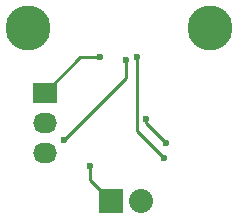
<source format=gbr>
G04 #@! TF.FileFunction,Copper,L2,Bot,Signal*
%FSLAX46Y46*%
G04 Gerber Fmt 4.6, Leading zero omitted, Abs format (unit mm)*
G04 Created by KiCad (PCBNEW 4.0.2-stable) date 3/23/2016 4:19:06 PM*
%MOMM*%
G01*
G04 APERTURE LIST*
%ADD10C,0.100000*%
%ADD11R,2.032000X1.727200*%
%ADD12O,2.032000X1.727200*%
%ADD13R,2.032000X2.032000*%
%ADD14O,2.032000X2.032000*%
%ADD15C,3.800000*%
%ADD16C,0.600000*%
%ADD17C,0.250000*%
G04 APERTURE END LIST*
D10*
D11*
X164400000Y-90500000D03*
D12*
X164400000Y-93040000D03*
X164400000Y-95580000D03*
D13*
X170050000Y-99650000D03*
D14*
X172590000Y-99650000D03*
D15*
X178400000Y-85050000D03*
X163000000Y-85000000D03*
D16*
X164400000Y-90500000D03*
X169050000Y-87500000D03*
X166000000Y-94500000D03*
X171250000Y-87750000D03*
X170050000Y-99650000D03*
X168250000Y-96700000D03*
X172250000Y-87500000D03*
X174500000Y-96000000D03*
X174700000Y-94750000D03*
X173000000Y-92750000D03*
D17*
X164400000Y-90500000D02*
X167400000Y-87500000D01*
X167400000Y-87500000D02*
X169050000Y-87500000D01*
X166000000Y-94500000D02*
X171250000Y-89250000D01*
X171250000Y-89250000D02*
X171250000Y-87750000D01*
X170050000Y-99650000D02*
X168250000Y-97850000D01*
X168250000Y-97850000D02*
X168250000Y-96700000D01*
X172250000Y-93750000D02*
X172250000Y-87500000D01*
X174500000Y-96000000D02*
X172250000Y-93750000D01*
X173000000Y-93050000D02*
X173000000Y-92750000D01*
X173000000Y-93050000D02*
X174700000Y-94750000D01*
M02*

</source>
